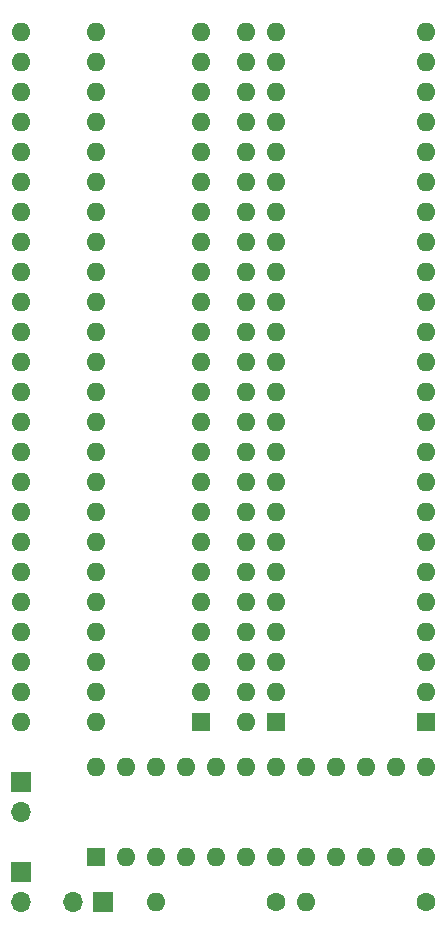
<source format=gbs>
G04 #@! TF.GenerationSoftware,KiCad,Pcbnew,(6.0.5)*
G04 #@! TF.CreationDate,2022-07-17T20:37:41+02:00*
G04 #@! TF.ProjectId,c128-mmu-exp,63313238-2d6d-46d7-952d-6578702e6b69,rev?*
G04 #@! TF.SameCoordinates,Original*
G04 #@! TF.FileFunction,Soldermask,Bot*
G04 #@! TF.FilePolarity,Negative*
%FSLAX46Y46*%
G04 Gerber Fmt 4.6, Leading zero omitted, Abs format (unit mm)*
G04 Created by KiCad (PCBNEW (6.0.5)) date 2022-07-17 20:37:41*
%MOMM*%
%LPD*%
G01*
G04 APERTURE LIST*
%ADD10C,1.600000*%
%ADD11O,1.600000X1.600000*%
%ADD12R,1.700000X1.700000*%
%ADD13O,1.700000X1.700000*%
%ADD14R,1.600000X1.600000*%
G04 APERTURE END LIST*
D10*
X116840000Y-101600000D03*
D11*
X106680000Y-101600000D03*
D12*
X82550000Y-99060000D03*
D13*
X82550000Y-101600000D03*
D14*
X104145000Y-86350000D03*
D11*
X104145000Y-83810000D03*
X104145000Y-81270000D03*
X104145000Y-78730000D03*
X104145000Y-76190000D03*
X104145000Y-73650000D03*
X104145000Y-71110000D03*
X104145000Y-68570000D03*
X104145000Y-66030000D03*
X104145000Y-63490000D03*
X104145000Y-60950000D03*
X104145000Y-58410000D03*
X104145000Y-55870000D03*
X104145000Y-53330000D03*
X104145000Y-50790000D03*
X104145000Y-48250000D03*
X104145000Y-45710000D03*
X104145000Y-43170000D03*
X104145000Y-40630000D03*
X104145000Y-38090000D03*
X104145000Y-35550000D03*
X104145000Y-33010000D03*
X104145000Y-30470000D03*
X104145000Y-27930000D03*
X88905000Y-27930000D03*
X88905000Y-30470000D03*
X88905000Y-33010000D03*
X88905000Y-35550000D03*
X88905000Y-38090000D03*
X88905000Y-40630000D03*
X88905000Y-43170000D03*
X88905000Y-45710000D03*
X88905000Y-48250000D03*
X88905000Y-50790000D03*
X88905000Y-53330000D03*
X88905000Y-55870000D03*
X88905000Y-58410000D03*
X88905000Y-60950000D03*
X88905000Y-63490000D03*
X88905000Y-66030000D03*
X88905000Y-68570000D03*
X88905000Y-71110000D03*
X88905000Y-73650000D03*
X88905000Y-76190000D03*
X88905000Y-78730000D03*
X88905000Y-81270000D03*
X88905000Y-83810000D03*
X88905000Y-86350000D03*
D14*
X97795000Y-86350000D03*
D11*
X97795000Y-83810000D03*
X97795000Y-81270000D03*
X97795000Y-78730000D03*
X97795000Y-76190000D03*
X97795000Y-73650000D03*
X97795000Y-71110000D03*
X97795000Y-68570000D03*
X97795000Y-66030000D03*
X97795000Y-63490000D03*
X97795000Y-60950000D03*
X97795000Y-58410000D03*
X97795000Y-55870000D03*
X97795000Y-53330000D03*
X97795000Y-50790000D03*
X97795000Y-48250000D03*
X97795000Y-45710000D03*
X97795000Y-43170000D03*
X97795000Y-40630000D03*
X97795000Y-38090000D03*
X97795000Y-35550000D03*
X97795000Y-33010000D03*
X97795000Y-30470000D03*
X97795000Y-27930000D03*
X82555000Y-27930000D03*
X82555000Y-30470000D03*
X82555000Y-33010000D03*
X82555000Y-35550000D03*
X82555000Y-38090000D03*
X82555000Y-40630000D03*
X82555000Y-43170000D03*
X82555000Y-45710000D03*
X82555000Y-48250000D03*
X82555000Y-50790000D03*
X82555000Y-53330000D03*
X82555000Y-55870000D03*
X82555000Y-58410000D03*
X82555000Y-60950000D03*
X82555000Y-63490000D03*
X82555000Y-66030000D03*
X82555000Y-68570000D03*
X82555000Y-71110000D03*
X82555000Y-73650000D03*
X82555000Y-76190000D03*
X82555000Y-78730000D03*
X82555000Y-81270000D03*
X82555000Y-83810000D03*
X82555000Y-86350000D03*
D10*
X104140000Y-101600000D03*
D11*
X93980000Y-101600000D03*
D14*
X116845000Y-86350000D03*
D11*
X116845000Y-83810000D03*
X116845000Y-81270000D03*
X116845000Y-78730000D03*
X116845000Y-76190000D03*
X116845000Y-73650000D03*
X116845000Y-71110000D03*
X116845000Y-68570000D03*
X116845000Y-66030000D03*
X116845000Y-63490000D03*
X116845000Y-60950000D03*
X116845000Y-58410000D03*
X116845000Y-55870000D03*
X116845000Y-53330000D03*
X116845000Y-50790000D03*
X116845000Y-48250000D03*
X116845000Y-45710000D03*
X116845000Y-43170000D03*
X116845000Y-40630000D03*
X116845000Y-38090000D03*
X116845000Y-35550000D03*
X116845000Y-33010000D03*
X116845000Y-30470000D03*
X116845000Y-27930000D03*
X101605000Y-27930000D03*
X101605000Y-30470000D03*
X101605000Y-33010000D03*
X101605000Y-35550000D03*
X101605000Y-38090000D03*
X101605000Y-40630000D03*
X101605000Y-43170000D03*
X101605000Y-45710000D03*
X101605000Y-48250000D03*
X101605000Y-50790000D03*
X101605000Y-53330000D03*
X101605000Y-55870000D03*
X101605000Y-58410000D03*
X101605000Y-60950000D03*
X101605000Y-63490000D03*
X101605000Y-66030000D03*
X101605000Y-68570000D03*
X101605000Y-71110000D03*
X101605000Y-73650000D03*
X101605000Y-76190000D03*
X101605000Y-78730000D03*
X101605000Y-81270000D03*
X101605000Y-83810000D03*
X101605000Y-86350000D03*
D12*
X82550000Y-91440000D03*
D13*
X82550000Y-93980000D03*
D12*
X89540000Y-101600000D03*
D13*
X87000000Y-101600000D03*
D14*
X88895000Y-97780000D03*
D11*
X91435000Y-97780000D03*
X93975000Y-97780000D03*
X96515000Y-97780000D03*
X99055000Y-97780000D03*
X101595000Y-97780000D03*
X104135000Y-97780000D03*
X106675000Y-97780000D03*
X109215000Y-97780000D03*
X111755000Y-97780000D03*
X114295000Y-97780000D03*
X116835000Y-97780000D03*
X116835000Y-90160000D03*
X114295000Y-90160000D03*
X111755000Y-90160000D03*
X109215000Y-90160000D03*
X106675000Y-90160000D03*
X104135000Y-90160000D03*
X101595000Y-90160000D03*
X99055000Y-90160000D03*
X96515000Y-90160000D03*
X93975000Y-90160000D03*
X91435000Y-90160000D03*
X88895000Y-90160000D03*
M02*

</source>
